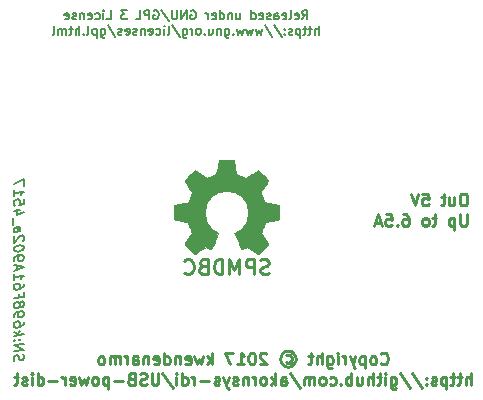
<source format=gbo>
G04 #@! TF.FileFunction,Legend,Bot*
%FSLAX46Y46*%
G04 Gerber Fmt 4.6, Leading zero omitted, Abs format (unit mm)*
G04 Created by KiCad (PCBNEW 4.0.7-e2-6376~58~ubuntu16.04.1) date Mon Nov  6 15:13:20 2017*
%MOMM*%
%LPD*%
G01*
G04 APERTURE LIST*
%ADD10C,0.100000*%
%ADD11C,0.203200*%
%ADD12C,0.250000*%
%ADD13C,0.150000*%
%ADD14C,0.010000*%
%ADD15R,10.400000X7.400000*%
%ADD16O,7.250000X4.450000*%
%ADD17C,3.600000*%
%ADD18R,2.900000X2.900000*%
%ADD19C,2.900000*%
G04 APERTURE END LIST*
D10*
D11*
X133650448Y-113356722D02*
X133609324Y-113238490D01*
X133609324Y-113032871D01*
X133650448Y-112945484D01*
X133691571Y-112899220D01*
X133773819Y-112847815D01*
X133856067Y-112837534D01*
X133938314Y-112868377D01*
X133979438Y-112904360D01*
X134020562Y-112981467D01*
X134061686Y-113140822D01*
X134102810Y-113217929D01*
X134143933Y-113253912D01*
X134226181Y-113284755D01*
X134308429Y-113274474D01*
X134390676Y-113223069D01*
X134431800Y-113176805D01*
X134472924Y-113089417D01*
X134472924Y-112883797D01*
X134431800Y-112765567D01*
X133609324Y-112498262D02*
X134472924Y-112390312D01*
X133609324Y-112004776D01*
X134472924Y-111896826D01*
X133691571Y-111583258D02*
X133650448Y-111547274D01*
X133609324Y-111593538D01*
X133650448Y-111629522D01*
X133691571Y-111583258D01*
X133609324Y-111593538D01*
X134143933Y-111526712D02*
X134102810Y-111490729D01*
X134061686Y-111536993D01*
X134102810Y-111572977D01*
X134143933Y-111526712D01*
X134061686Y-111536993D01*
X133609324Y-111182300D02*
X134472924Y-111074350D01*
X133938314Y-111058929D02*
X133609324Y-110853309D01*
X134185057Y-110781343D02*
X133856067Y-111151458D01*
X134472924Y-110005131D02*
X134472924Y-110169626D01*
X134431800Y-110257015D01*
X134390676Y-110303278D01*
X134267305Y-110400948D01*
X134102810Y-110462634D01*
X133773819Y-110503758D01*
X133691571Y-110472915D01*
X133650448Y-110436931D01*
X133609324Y-110359824D01*
X133609324Y-110195328D01*
X133650448Y-110107941D01*
X133691571Y-110061677D01*
X133773819Y-110010272D01*
X133979438Y-109984569D01*
X134061686Y-110015412D01*
X134102810Y-110051396D01*
X134143933Y-110128502D01*
X134143933Y-110292998D01*
X134102810Y-110380386D01*
X134061686Y-110426650D01*
X133979438Y-110478055D01*
X133609324Y-109619595D02*
X133609324Y-109455100D01*
X133650448Y-109367712D01*
X133691571Y-109321448D01*
X133814943Y-109223779D01*
X133979438Y-109162093D01*
X134308429Y-109120969D01*
X134390676Y-109151812D01*
X134431800Y-109187796D01*
X134472924Y-109264902D01*
X134472924Y-109429398D01*
X134431800Y-109516786D01*
X134390676Y-109563050D01*
X134308429Y-109614455D01*
X134102810Y-109640158D01*
X134020562Y-109609315D01*
X133979438Y-109573331D01*
X133938314Y-109496225D01*
X133938314Y-109331729D01*
X133979438Y-109244341D01*
X134020562Y-109198077D01*
X134102810Y-109146672D01*
X134102810Y-108653187D02*
X134143933Y-108730293D01*
X134185057Y-108766277D01*
X134267305Y-108797120D01*
X134308429Y-108791979D01*
X134390676Y-108740574D01*
X134431800Y-108694310D01*
X134472924Y-108606922D01*
X134472924Y-108442426D01*
X134431800Y-108365320D01*
X134390676Y-108329336D01*
X134308429Y-108298493D01*
X134267305Y-108303634D01*
X134185057Y-108355039D01*
X134143933Y-108401303D01*
X134102810Y-108488691D01*
X134102810Y-108653187D01*
X134061686Y-108740574D01*
X134020562Y-108786839D01*
X133938314Y-108838244D01*
X133773819Y-108858806D01*
X133691571Y-108827963D01*
X133650448Y-108791979D01*
X133609324Y-108714872D01*
X133609324Y-108550376D01*
X133650448Y-108462989D01*
X133691571Y-108416725D01*
X133773819Y-108365320D01*
X133938314Y-108344758D01*
X134020562Y-108375601D01*
X134061686Y-108411584D01*
X134102810Y-108488691D01*
X134061686Y-107671355D02*
X134061686Y-107959222D01*
X133609324Y-108015767D02*
X134472924Y-107907817D01*
X134472924Y-107496579D01*
X134472924Y-106797474D02*
X134472924Y-106961969D01*
X134431800Y-107049358D01*
X134390676Y-107095621D01*
X134267305Y-107193291D01*
X134102810Y-107254977D01*
X133773819Y-107296101D01*
X133691571Y-107265258D01*
X133650448Y-107229274D01*
X133609324Y-107152167D01*
X133609324Y-106987671D01*
X133650448Y-106900284D01*
X133691571Y-106854020D01*
X133773819Y-106802615D01*
X133979438Y-106776912D01*
X134061686Y-106807755D01*
X134102810Y-106843739D01*
X134143933Y-106920845D01*
X134143933Y-107085341D01*
X134102810Y-107172729D01*
X134061686Y-107218993D01*
X133979438Y-107270398D01*
X133609324Y-106000700D02*
X133609324Y-106494186D01*
X133609324Y-106247443D02*
X134472924Y-106139493D01*
X134349552Y-106237163D01*
X134267305Y-106329691D01*
X134226181Y-106417079D01*
X133856067Y-105640868D02*
X133856067Y-105229630D01*
X133609324Y-105753957D02*
X134472924Y-105358141D01*
X133609324Y-105178224D01*
X133609324Y-104849233D02*
X133609324Y-104684738D01*
X133650448Y-104597350D01*
X133691571Y-104551086D01*
X133814943Y-104453417D01*
X133979438Y-104391731D01*
X134308429Y-104350607D01*
X134390676Y-104381450D01*
X134431800Y-104417434D01*
X134472924Y-104494540D01*
X134472924Y-104659036D01*
X134431800Y-104746424D01*
X134390676Y-104792688D01*
X134308429Y-104844093D01*
X134102810Y-104869796D01*
X134020562Y-104838953D01*
X133979438Y-104802969D01*
X133938314Y-104725863D01*
X133938314Y-104561367D01*
X133979438Y-104473979D01*
X134020562Y-104427715D01*
X134102810Y-104376310D01*
X134472924Y-103795436D02*
X134472924Y-103713188D01*
X134431800Y-103636081D01*
X134390676Y-103600098D01*
X134308429Y-103569255D01*
X134143933Y-103548693D01*
X133938314Y-103574396D01*
X133773819Y-103636082D01*
X133691571Y-103687487D01*
X133650448Y-103733750D01*
X133609324Y-103821138D01*
X133609324Y-103903386D01*
X133650448Y-103980493D01*
X133691571Y-104016477D01*
X133773819Y-104047320D01*
X133938314Y-104067882D01*
X134143933Y-104042179D01*
X134308429Y-103980493D01*
X134390676Y-103929088D01*
X134431800Y-103882824D01*
X134472924Y-103795436D01*
X134390676Y-103188860D02*
X134431800Y-103142596D01*
X134472924Y-103055207D01*
X134472924Y-102849588D01*
X134431800Y-102772482D01*
X134390676Y-102736498D01*
X134308429Y-102705655D01*
X134226181Y-102715936D01*
X134102810Y-102772482D01*
X133609324Y-103327653D01*
X133609324Y-102793043D01*
X133609324Y-102052815D02*
X134061686Y-101996270D01*
X134143933Y-102027112D01*
X134185057Y-102104220D01*
X134185057Y-102268715D01*
X134143933Y-102356103D01*
X133650448Y-102047675D02*
X133609324Y-102135062D01*
X133609324Y-102340681D01*
X133650448Y-102417789D01*
X133732695Y-102448632D01*
X133814943Y-102438351D01*
X133897190Y-102386946D01*
X133938314Y-102299558D01*
X133938314Y-102093939D01*
X133979438Y-102006551D01*
X133527076Y-101857478D02*
X133527076Y-101199497D01*
X134185057Y-100541516D02*
X133609324Y-100613482D01*
X134514048Y-100706011D02*
X133897190Y-100988737D01*
X133897190Y-100454127D01*
X134472924Y-99641932D02*
X134472924Y-100053170D01*
X134061686Y-100145699D01*
X134102810Y-100099435D01*
X134143933Y-100012046D01*
X134143933Y-99806427D01*
X134102810Y-99729321D01*
X134061686Y-99693337D01*
X133979438Y-99662494D01*
X133773819Y-99688197D01*
X133691571Y-99739602D01*
X133650448Y-99785866D01*
X133609324Y-99873253D01*
X133609324Y-100078872D01*
X133650448Y-100155980D01*
X133691571Y-100191964D01*
X133609324Y-98886282D02*
X133609324Y-99379768D01*
X133609324Y-99133025D02*
X134472924Y-99025075D01*
X134349552Y-99122745D01*
X134267305Y-99215273D01*
X134226181Y-99302661D01*
X134472924Y-98490466D02*
X134472924Y-97914732D01*
X133609324Y-98392797D01*
D12*
X171783429Y-99161381D02*
X171592952Y-99161381D01*
X171497714Y-99209000D01*
X171402476Y-99304238D01*
X171354857Y-99494714D01*
X171354857Y-99828048D01*
X171402476Y-100018524D01*
X171497714Y-100113762D01*
X171592952Y-100161381D01*
X171783429Y-100161381D01*
X171878667Y-100113762D01*
X171973905Y-100018524D01*
X172021524Y-99828048D01*
X172021524Y-99494714D01*
X171973905Y-99304238D01*
X171878667Y-99209000D01*
X171783429Y-99161381D01*
X170497714Y-99494714D02*
X170497714Y-100161381D01*
X170926286Y-99494714D02*
X170926286Y-100018524D01*
X170878667Y-100113762D01*
X170783429Y-100161381D01*
X170640571Y-100161381D01*
X170545333Y-100113762D01*
X170497714Y-100066143D01*
X170164381Y-99494714D02*
X169783429Y-99494714D01*
X170021524Y-99161381D02*
X170021524Y-100018524D01*
X169973905Y-100113762D01*
X169878667Y-100161381D01*
X169783429Y-100161381D01*
X168211999Y-99161381D02*
X168688190Y-99161381D01*
X168735809Y-99637571D01*
X168688190Y-99589952D01*
X168592952Y-99542333D01*
X168354856Y-99542333D01*
X168259618Y-99589952D01*
X168211999Y-99637571D01*
X168164380Y-99732810D01*
X168164380Y-99970905D01*
X168211999Y-100066143D01*
X168259618Y-100113762D01*
X168354856Y-100161381D01*
X168592952Y-100161381D01*
X168688190Y-100113762D01*
X168735809Y-100066143D01*
X167878666Y-99161381D02*
X167545333Y-100161381D01*
X167211999Y-99161381D01*
X171973905Y-100911381D02*
X171973905Y-101720905D01*
X171926286Y-101816143D01*
X171878667Y-101863762D01*
X171783429Y-101911381D01*
X171592952Y-101911381D01*
X171497714Y-101863762D01*
X171450095Y-101816143D01*
X171402476Y-101720905D01*
X171402476Y-100911381D01*
X170926286Y-101244714D02*
X170926286Y-102244714D01*
X170926286Y-101292333D02*
X170831048Y-101244714D01*
X170640571Y-101244714D01*
X170545333Y-101292333D01*
X170497714Y-101339952D01*
X170450095Y-101435190D01*
X170450095Y-101720905D01*
X170497714Y-101816143D01*
X170545333Y-101863762D01*
X170640571Y-101911381D01*
X170831048Y-101911381D01*
X170926286Y-101863762D01*
X169402476Y-101244714D02*
X169021524Y-101244714D01*
X169259619Y-100911381D02*
X169259619Y-101768524D01*
X169212000Y-101863762D01*
X169116762Y-101911381D01*
X169021524Y-101911381D01*
X168545333Y-101911381D02*
X168640571Y-101863762D01*
X168688190Y-101816143D01*
X168735809Y-101720905D01*
X168735809Y-101435190D01*
X168688190Y-101339952D01*
X168640571Y-101292333D01*
X168545333Y-101244714D01*
X168402475Y-101244714D01*
X168307237Y-101292333D01*
X168259618Y-101339952D01*
X168211999Y-101435190D01*
X168211999Y-101720905D01*
X168259618Y-101816143D01*
X168307237Y-101863762D01*
X168402475Y-101911381D01*
X168545333Y-101911381D01*
X166592951Y-100911381D02*
X166783428Y-100911381D01*
X166878666Y-100959000D01*
X166926285Y-101006619D01*
X167021523Y-101149476D01*
X167069142Y-101339952D01*
X167069142Y-101720905D01*
X167021523Y-101816143D01*
X166973904Y-101863762D01*
X166878666Y-101911381D01*
X166688189Y-101911381D01*
X166592951Y-101863762D01*
X166545332Y-101816143D01*
X166497713Y-101720905D01*
X166497713Y-101482810D01*
X166545332Y-101387571D01*
X166592951Y-101339952D01*
X166688189Y-101292333D01*
X166878666Y-101292333D01*
X166973904Y-101339952D01*
X167021523Y-101387571D01*
X167069142Y-101482810D01*
X166069142Y-101816143D02*
X166021523Y-101863762D01*
X166069142Y-101911381D01*
X166116761Y-101863762D01*
X166069142Y-101816143D01*
X166069142Y-101911381D01*
X165116761Y-100911381D02*
X165592952Y-100911381D01*
X165640571Y-101387571D01*
X165592952Y-101339952D01*
X165497714Y-101292333D01*
X165259618Y-101292333D01*
X165164380Y-101339952D01*
X165116761Y-101387571D01*
X165069142Y-101482810D01*
X165069142Y-101720905D01*
X165116761Y-101816143D01*
X165164380Y-101863762D01*
X165259618Y-101911381D01*
X165497714Y-101911381D01*
X165592952Y-101863762D01*
X165640571Y-101816143D01*
X164688190Y-101625667D02*
X164211999Y-101625667D01*
X164783428Y-101911381D02*
X164450095Y-100911381D01*
X164116761Y-101911381D01*
X155209428Y-105915952D02*
X155030856Y-105975476D01*
X154733237Y-105975476D01*
X154614190Y-105915952D01*
X154554666Y-105856429D01*
X154495142Y-105737381D01*
X154495142Y-105618333D01*
X154554666Y-105499286D01*
X154614190Y-105439762D01*
X154733237Y-105380238D01*
X154971333Y-105320714D01*
X155090380Y-105261190D01*
X155149904Y-105201667D01*
X155209428Y-105082619D01*
X155209428Y-104963571D01*
X155149904Y-104844524D01*
X155090380Y-104785000D01*
X154971333Y-104725476D01*
X154673713Y-104725476D01*
X154495142Y-104785000D01*
X153959428Y-105975476D02*
X153959428Y-104725476D01*
X153483237Y-104725476D01*
X153364190Y-104785000D01*
X153304666Y-104844524D01*
X153245142Y-104963571D01*
X153245142Y-105142143D01*
X153304666Y-105261190D01*
X153364190Y-105320714D01*
X153483237Y-105380238D01*
X153959428Y-105380238D01*
X152709428Y-105975476D02*
X152709428Y-104725476D01*
X152292761Y-105618333D01*
X151876095Y-104725476D01*
X151876095Y-105975476D01*
X151280857Y-105975476D02*
X151280857Y-104725476D01*
X150983238Y-104725476D01*
X150804666Y-104785000D01*
X150685619Y-104904048D01*
X150626095Y-105023095D01*
X150566571Y-105261190D01*
X150566571Y-105439762D01*
X150626095Y-105677857D01*
X150685619Y-105796905D01*
X150804666Y-105915952D01*
X150983238Y-105975476D01*
X151280857Y-105975476D01*
X149614190Y-105320714D02*
X149435619Y-105380238D01*
X149376095Y-105439762D01*
X149316571Y-105558810D01*
X149316571Y-105737381D01*
X149376095Y-105856429D01*
X149435619Y-105915952D01*
X149554666Y-105975476D01*
X150030857Y-105975476D01*
X150030857Y-104725476D01*
X149614190Y-104725476D01*
X149495143Y-104785000D01*
X149435619Y-104844524D01*
X149376095Y-104963571D01*
X149376095Y-105082619D01*
X149435619Y-105201667D01*
X149495143Y-105261190D01*
X149614190Y-105320714D01*
X150030857Y-105320714D01*
X148066571Y-105856429D02*
X148126095Y-105915952D01*
X148304666Y-105975476D01*
X148423714Y-105975476D01*
X148602286Y-105915952D01*
X148721333Y-105796905D01*
X148780857Y-105677857D01*
X148840381Y-105439762D01*
X148840381Y-105261190D01*
X148780857Y-105023095D01*
X148721333Y-104904048D01*
X148602286Y-104785000D01*
X148423714Y-104725476D01*
X148304666Y-104725476D01*
X148126095Y-104785000D01*
X148066571Y-104844524D01*
X164677858Y-113528143D02*
X164725477Y-113575762D01*
X164868334Y-113623381D01*
X164963572Y-113623381D01*
X165106430Y-113575762D01*
X165201668Y-113480524D01*
X165249287Y-113385286D01*
X165296906Y-113194810D01*
X165296906Y-113051952D01*
X165249287Y-112861476D01*
X165201668Y-112766238D01*
X165106430Y-112671000D01*
X164963572Y-112623381D01*
X164868334Y-112623381D01*
X164725477Y-112671000D01*
X164677858Y-112718619D01*
X164106430Y-113623381D02*
X164201668Y-113575762D01*
X164249287Y-113528143D01*
X164296906Y-113432905D01*
X164296906Y-113147190D01*
X164249287Y-113051952D01*
X164201668Y-113004333D01*
X164106430Y-112956714D01*
X163963572Y-112956714D01*
X163868334Y-113004333D01*
X163820715Y-113051952D01*
X163773096Y-113147190D01*
X163773096Y-113432905D01*
X163820715Y-113528143D01*
X163868334Y-113575762D01*
X163963572Y-113623381D01*
X164106430Y-113623381D01*
X163344525Y-112956714D02*
X163344525Y-113956714D01*
X163344525Y-113004333D02*
X163249287Y-112956714D01*
X163058810Y-112956714D01*
X162963572Y-113004333D01*
X162915953Y-113051952D01*
X162868334Y-113147190D01*
X162868334Y-113432905D01*
X162915953Y-113528143D01*
X162963572Y-113575762D01*
X163058810Y-113623381D01*
X163249287Y-113623381D01*
X163344525Y-113575762D01*
X162535001Y-112956714D02*
X162296906Y-113623381D01*
X162058810Y-112956714D02*
X162296906Y-113623381D01*
X162392144Y-113861476D01*
X162439763Y-113909095D01*
X162535001Y-113956714D01*
X161677858Y-113623381D02*
X161677858Y-112956714D01*
X161677858Y-113147190D02*
X161630239Y-113051952D01*
X161582620Y-113004333D01*
X161487382Y-112956714D01*
X161392143Y-112956714D01*
X161058810Y-113623381D02*
X161058810Y-112956714D01*
X161058810Y-112623381D02*
X161106429Y-112671000D01*
X161058810Y-112718619D01*
X161011191Y-112671000D01*
X161058810Y-112623381D01*
X161058810Y-112718619D01*
X160154048Y-112956714D02*
X160154048Y-113766238D01*
X160201667Y-113861476D01*
X160249286Y-113909095D01*
X160344525Y-113956714D01*
X160487382Y-113956714D01*
X160582620Y-113909095D01*
X160154048Y-113575762D02*
X160249286Y-113623381D01*
X160439763Y-113623381D01*
X160535001Y-113575762D01*
X160582620Y-113528143D01*
X160630239Y-113432905D01*
X160630239Y-113147190D01*
X160582620Y-113051952D01*
X160535001Y-113004333D01*
X160439763Y-112956714D01*
X160249286Y-112956714D01*
X160154048Y-113004333D01*
X159677858Y-113623381D02*
X159677858Y-112623381D01*
X159249286Y-113623381D02*
X159249286Y-113099571D01*
X159296905Y-113004333D01*
X159392143Y-112956714D01*
X159535001Y-112956714D01*
X159630239Y-113004333D01*
X159677858Y-113051952D01*
X158915953Y-112956714D02*
X158535001Y-112956714D01*
X158773096Y-112623381D02*
X158773096Y-113480524D01*
X158725477Y-113575762D01*
X158630239Y-113623381D01*
X158535001Y-113623381D01*
X156630238Y-112861476D02*
X156725476Y-112813857D01*
X156915952Y-112813857D01*
X157011190Y-112861476D01*
X157106428Y-112956714D01*
X157154047Y-113051952D01*
X157154047Y-113242429D01*
X157106428Y-113337667D01*
X157011190Y-113432905D01*
X156915952Y-113480524D01*
X156725476Y-113480524D01*
X156630238Y-113432905D01*
X156820714Y-112480524D02*
X157058809Y-112528143D01*
X157296905Y-112671000D01*
X157439762Y-112909095D01*
X157487381Y-113147190D01*
X157439762Y-113385286D01*
X157296905Y-113623381D01*
X157058809Y-113766238D01*
X156820714Y-113813857D01*
X156582619Y-113766238D01*
X156344524Y-113623381D01*
X156201667Y-113385286D01*
X156154047Y-113147190D01*
X156201667Y-112909095D01*
X156344524Y-112671000D01*
X156582619Y-112528143D01*
X156820714Y-112480524D01*
X155011190Y-112718619D02*
X154963571Y-112671000D01*
X154868333Y-112623381D01*
X154630237Y-112623381D01*
X154534999Y-112671000D01*
X154487380Y-112718619D01*
X154439761Y-112813857D01*
X154439761Y-112909095D01*
X154487380Y-113051952D01*
X155058809Y-113623381D01*
X154439761Y-113623381D01*
X153820714Y-112623381D02*
X153725475Y-112623381D01*
X153630237Y-112671000D01*
X153582618Y-112718619D01*
X153534999Y-112813857D01*
X153487380Y-113004333D01*
X153487380Y-113242429D01*
X153534999Y-113432905D01*
X153582618Y-113528143D01*
X153630237Y-113575762D01*
X153725475Y-113623381D01*
X153820714Y-113623381D01*
X153915952Y-113575762D01*
X153963571Y-113528143D01*
X154011190Y-113432905D01*
X154058809Y-113242429D01*
X154058809Y-113004333D01*
X154011190Y-112813857D01*
X153963571Y-112718619D01*
X153915952Y-112671000D01*
X153820714Y-112623381D01*
X152534999Y-113623381D02*
X153106428Y-113623381D01*
X152820714Y-113623381D02*
X152820714Y-112623381D01*
X152915952Y-112766238D01*
X153011190Y-112861476D01*
X153106428Y-112909095D01*
X152201666Y-112623381D02*
X151534999Y-112623381D01*
X151963571Y-113623381D01*
X150392142Y-113623381D02*
X150392142Y-112623381D01*
X150296904Y-113242429D02*
X150011189Y-113623381D01*
X150011189Y-112956714D02*
X150392142Y-113337667D01*
X149677856Y-112956714D02*
X149487380Y-113623381D01*
X149296903Y-113147190D01*
X149106427Y-113623381D01*
X148915951Y-112956714D01*
X148154046Y-113575762D02*
X148249284Y-113623381D01*
X148439761Y-113623381D01*
X148534999Y-113575762D01*
X148582618Y-113480524D01*
X148582618Y-113099571D01*
X148534999Y-113004333D01*
X148439761Y-112956714D01*
X148249284Y-112956714D01*
X148154046Y-113004333D01*
X148106427Y-113099571D01*
X148106427Y-113194810D01*
X148582618Y-113290048D01*
X147677856Y-112956714D02*
X147677856Y-113623381D01*
X147677856Y-113051952D02*
X147630237Y-113004333D01*
X147534999Y-112956714D01*
X147392141Y-112956714D01*
X147296903Y-113004333D01*
X147249284Y-113099571D01*
X147249284Y-113623381D01*
X146344522Y-113623381D02*
X146344522Y-112623381D01*
X146344522Y-113575762D02*
X146439760Y-113623381D01*
X146630237Y-113623381D01*
X146725475Y-113575762D01*
X146773094Y-113528143D01*
X146820713Y-113432905D01*
X146820713Y-113147190D01*
X146773094Y-113051952D01*
X146725475Y-113004333D01*
X146630237Y-112956714D01*
X146439760Y-112956714D01*
X146344522Y-113004333D01*
X145487379Y-113575762D02*
X145582617Y-113623381D01*
X145773094Y-113623381D01*
X145868332Y-113575762D01*
X145915951Y-113480524D01*
X145915951Y-113099571D01*
X145868332Y-113004333D01*
X145773094Y-112956714D01*
X145582617Y-112956714D01*
X145487379Y-113004333D01*
X145439760Y-113099571D01*
X145439760Y-113194810D01*
X145915951Y-113290048D01*
X145011189Y-112956714D02*
X145011189Y-113623381D01*
X145011189Y-113051952D02*
X144963570Y-113004333D01*
X144868332Y-112956714D01*
X144725474Y-112956714D01*
X144630236Y-113004333D01*
X144582617Y-113099571D01*
X144582617Y-113623381D01*
X143677855Y-113623381D02*
X143677855Y-113099571D01*
X143725474Y-113004333D01*
X143820712Y-112956714D01*
X144011189Y-112956714D01*
X144106427Y-113004333D01*
X143677855Y-113575762D02*
X143773093Y-113623381D01*
X144011189Y-113623381D01*
X144106427Y-113575762D01*
X144154046Y-113480524D01*
X144154046Y-113385286D01*
X144106427Y-113290048D01*
X144011189Y-113242429D01*
X143773093Y-113242429D01*
X143677855Y-113194810D01*
X143201665Y-113623381D02*
X143201665Y-112956714D01*
X143201665Y-113147190D02*
X143154046Y-113051952D01*
X143106427Y-113004333D01*
X143011189Y-112956714D01*
X142915950Y-112956714D01*
X142582617Y-113623381D02*
X142582617Y-112956714D01*
X142582617Y-113051952D02*
X142534998Y-113004333D01*
X142439760Y-112956714D01*
X142296902Y-112956714D01*
X142201664Y-113004333D01*
X142154045Y-113099571D01*
X142154045Y-113623381D01*
X142154045Y-113099571D02*
X142106426Y-113004333D01*
X142011188Y-112956714D01*
X141868331Y-112956714D01*
X141773093Y-113004333D01*
X141725474Y-113099571D01*
X141725474Y-113623381D01*
X141106427Y-113623381D02*
X141201665Y-113575762D01*
X141249284Y-113528143D01*
X141296903Y-113432905D01*
X141296903Y-113147190D01*
X141249284Y-113051952D01*
X141201665Y-113004333D01*
X141106427Y-112956714D01*
X140963569Y-112956714D01*
X140868331Y-113004333D01*
X140820712Y-113051952D01*
X140773093Y-113147190D01*
X140773093Y-113432905D01*
X140820712Y-113528143D01*
X140868331Y-113575762D01*
X140963569Y-113623381D01*
X141106427Y-113623381D01*
X172296906Y-115373381D02*
X172296906Y-114373381D01*
X171868334Y-115373381D02*
X171868334Y-114849571D01*
X171915953Y-114754333D01*
X172011191Y-114706714D01*
X172154049Y-114706714D01*
X172249287Y-114754333D01*
X172296906Y-114801952D01*
X171535001Y-114706714D02*
X171154049Y-114706714D01*
X171392144Y-114373381D02*
X171392144Y-115230524D01*
X171344525Y-115325762D01*
X171249287Y-115373381D01*
X171154049Y-115373381D01*
X170963572Y-114706714D02*
X170582620Y-114706714D01*
X170820715Y-114373381D02*
X170820715Y-115230524D01*
X170773096Y-115325762D01*
X170677858Y-115373381D01*
X170582620Y-115373381D01*
X170249286Y-114706714D02*
X170249286Y-115706714D01*
X170249286Y-114754333D02*
X170154048Y-114706714D01*
X169963571Y-114706714D01*
X169868333Y-114754333D01*
X169820714Y-114801952D01*
X169773095Y-114897190D01*
X169773095Y-115182905D01*
X169820714Y-115278143D01*
X169868333Y-115325762D01*
X169963571Y-115373381D01*
X170154048Y-115373381D01*
X170249286Y-115325762D01*
X169392143Y-115325762D02*
X169296905Y-115373381D01*
X169106429Y-115373381D01*
X169011190Y-115325762D01*
X168963571Y-115230524D01*
X168963571Y-115182905D01*
X169011190Y-115087667D01*
X169106429Y-115040048D01*
X169249286Y-115040048D01*
X169344524Y-114992429D01*
X169392143Y-114897190D01*
X169392143Y-114849571D01*
X169344524Y-114754333D01*
X169249286Y-114706714D01*
X169106429Y-114706714D01*
X169011190Y-114754333D01*
X168535000Y-115278143D02*
X168487381Y-115325762D01*
X168535000Y-115373381D01*
X168582619Y-115325762D01*
X168535000Y-115278143D01*
X168535000Y-115373381D01*
X168535000Y-114754333D02*
X168487381Y-114801952D01*
X168535000Y-114849571D01*
X168582619Y-114801952D01*
X168535000Y-114754333D01*
X168535000Y-114849571D01*
X167344524Y-114325762D02*
X168201667Y-115611476D01*
X166296905Y-114325762D02*
X167154048Y-115611476D01*
X165535000Y-114706714D02*
X165535000Y-115516238D01*
X165582619Y-115611476D01*
X165630238Y-115659095D01*
X165725477Y-115706714D01*
X165868334Y-115706714D01*
X165963572Y-115659095D01*
X165535000Y-115325762D02*
X165630238Y-115373381D01*
X165820715Y-115373381D01*
X165915953Y-115325762D01*
X165963572Y-115278143D01*
X166011191Y-115182905D01*
X166011191Y-114897190D01*
X165963572Y-114801952D01*
X165915953Y-114754333D01*
X165820715Y-114706714D01*
X165630238Y-114706714D01*
X165535000Y-114754333D01*
X165058810Y-115373381D02*
X165058810Y-114706714D01*
X165058810Y-114373381D02*
X165106429Y-114421000D01*
X165058810Y-114468619D01*
X165011191Y-114421000D01*
X165058810Y-114373381D01*
X165058810Y-114468619D01*
X164725477Y-114706714D02*
X164344525Y-114706714D01*
X164582620Y-114373381D02*
X164582620Y-115230524D01*
X164535001Y-115325762D01*
X164439763Y-115373381D01*
X164344525Y-115373381D01*
X164011191Y-115373381D02*
X164011191Y-114373381D01*
X163582619Y-115373381D02*
X163582619Y-114849571D01*
X163630238Y-114754333D01*
X163725476Y-114706714D01*
X163868334Y-114706714D01*
X163963572Y-114754333D01*
X164011191Y-114801952D01*
X162677857Y-114706714D02*
X162677857Y-115373381D01*
X163106429Y-114706714D02*
X163106429Y-115230524D01*
X163058810Y-115325762D01*
X162963572Y-115373381D01*
X162820714Y-115373381D01*
X162725476Y-115325762D01*
X162677857Y-115278143D01*
X162201667Y-115373381D02*
X162201667Y-114373381D01*
X162201667Y-114754333D02*
X162106429Y-114706714D01*
X161915952Y-114706714D01*
X161820714Y-114754333D01*
X161773095Y-114801952D01*
X161725476Y-114897190D01*
X161725476Y-115182905D01*
X161773095Y-115278143D01*
X161820714Y-115325762D01*
X161915952Y-115373381D01*
X162106429Y-115373381D01*
X162201667Y-115325762D01*
X161296905Y-115278143D02*
X161249286Y-115325762D01*
X161296905Y-115373381D01*
X161344524Y-115325762D01*
X161296905Y-115278143D01*
X161296905Y-115373381D01*
X160392143Y-115325762D02*
X160487381Y-115373381D01*
X160677858Y-115373381D01*
X160773096Y-115325762D01*
X160820715Y-115278143D01*
X160868334Y-115182905D01*
X160868334Y-114897190D01*
X160820715Y-114801952D01*
X160773096Y-114754333D01*
X160677858Y-114706714D01*
X160487381Y-114706714D01*
X160392143Y-114754333D01*
X159820715Y-115373381D02*
X159915953Y-115325762D01*
X159963572Y-115278143D01*
X160011191Y-115182905D01*
X160011191Y-114897190D01*
X159963572Y-114801952D01*
X159915953Y-114754333D01*
X159820715Y-114706714D01*
X159677857Y-114706714D01*
X159582619Y-114754333D01*
X159535000Y-114801952D01*
X159487381Y-114897190D01*
X159487381Y-115182905D01*
X159535000Y-115278143D01*
X159582619Y-115325762D01*
X159677857Y-115373381D01*
X159820715Y-115373381D01*
X159058810Y-115373381D02*
X159058810Y-114706714D01*
X159058810Y-114801952D02*
X159011191Y-114754333D01*
X158915953Y-114706714D01*
X158773095Y-114706714D01*
X158677857Y-114754333D01*
X158630238Y-114849571D01*
X158630238Y-115373381D01*
X158630238Y-114849571D02*
X158582619Y-114754333D01*
X158487381Y-114706714D01*
X158344524Y-114706714D01*
X158249286Y-114754333D01*
X158201667Y-114849571D01*
X158201667Y-115373381D01*
X157011191Y-114325762D02*
X157868334Y-115611476D01*
X156249286Y-115373381D02*
X156249286Y-114849571D01*
X156296905Y-114754333D01*
X156392143Y-114706714D01*
X156582620Y-114706714D01*
X156677858Y-114754333D01*
X156249286Y-115325762D02*
X156344524Y-115373381D01*
X156582620Y-115373381D01*
X156677858Y-115325762D01*
X156725477Y-115230524D01*
X156725477Y-115135286D01*
X156677858Y-115040048D01*
X156582620Y-114992429D01*
X156344524Y-114992429D01*
X156249286Y-114944810D01*
X155773096Y-115373381D02*
X155773096Y-114373381D01*
X155677858Y-114992429D02*
X155392143Y-115373381D01*
X155392143Y-114706714D02*
X155773096Y-115087667D01*
X154820715Y-115373381D02*
X154915953Y-115325762D01*
X154963572Y-115278143D01*
X155011191Y-115182905D01*
X155011191Y-114897190D01*
X154963572Y-114801952D01*
X154915953Y-114754333D01*
X154820715Y-114706714D01*
X154677857Y-114706714D01*
X154582619Y-114754333D01*
X154535000Y-114801952D01*
X154487381Y-114897190D01*
X154487381Y-115182905D01*
X154535000Y-115278143D01*
X154582619Y-115325762D01*
X154677857Y-115373381D01*
X154820715Y-115373381D01*
X154058810Y-115373381D02*
X154058810Y-114706714D01*
X154058810Y-114897190D02*
X154011191Y-114801952D01*
X153963572Y-114754333D01*
X153868334Y-114706714D01*
X153773095Y-114706714D01*
X153439762Y-114706714D02*
X153439762Y-115373381D01*
X153439762Y-114801952D02*
X153392143Y-114754333D01*
X153296905Y-114706714D01*
X153154047Y-114706714D01*
X153058809Y-114754333D01*
X153011190Y-114849571D01*
X153011190Y-115373381D01*
X152582619Y-115325762D02*
X152487381Y-115373381D01*
X152296905Y-115373381D01*
X152201666Y-115325762D01*
X152154047Y-115230524D01*
X152154047Y-115182905D01*
X152201666Y-115087667D01*
X152296905Y-115040048D01*
X152439762Y-115040048D01*
X152535000Y-114992429D01*
X152582619Y-114897190D01*
X152582619Y-114849571D01*
X152535000Y-114754333D01*
X152439762Y-114706714D01*
X152296905Y-114706714D01*
X152201666Y-114754333D01*
X151820714Y-114706714D02*
X151582619Y-115373381D01*
X151344523Y-114706714D02*
X151582619Y-115373381D01*
X151677857Y-115611476D01*
X151725476Y-115659095D01*
X151820714Y-115706714D01*
X151011190Y-115325762D02*
X150915952Y-115373381D01*
X150725476Y-115373381D01*
X150630237Y-115325762D01*
X150582618Y-115230524D01*
X150582618Y-115182905D01*
X150630237Y-115087667D01*
X150725476Y-115040048D01*
X150868333Y-115040048D01*
X150963571Y-114992429D01*
X151011190Y-114897190D01*
X151011190Y-114849571D01*
X150963571Y-114754333D01*
X150868333Y-114706714D01*
X150725476Y-114706714D01*
X150630237Y-114754333D01*
X150154047Y-114992429D02*
X149392142Y-114992429D01*
X148915952Y-115373381D02*
X148915952Y-114706714D01*
X148915952Y-114897190D02*
X148868333Y-114801952D01*
X148820714Y-114754333D01*
X148725476Y-114706714D01*
X148630237Y-114706714D01*
X147868332Y-115373381D02*
X147868332Y-114373381D01*
X147868332Y-115325762D02*
X147963570Y-115373381D01*
X148154047Y-115373381D01*
X148249285Y-115325762D01*
X148296904Y-115278143D01*
X148344523Y-115182905D01*
X148344523Y-114897190D01*
X148296904Y-114801952D01*
X148249285Y-114754333D01*
X148154047Y-114706714D01*
X147963570Y-114706714D01*
X147868332Y-114754333D01*
X147392142Y-115373381D02*
X147392142Y-114706714D01*
X147392142Y-114373381D02*
X147439761Y-114421000D01*
X147392142Y-114468619D01*
X147344523Y-114421000D01*
X147392142Y-114373381D01*
X147392142Y-114468619D01*
X146201666Y-114325762D02*
X147058809Y-115611476D01*
X145868333Y-114373381D02*
X145868333Y-115182905D01*
X145820714Y-115278143D01*
X145773095Y-115325762D01*
X145677857Y-115373381D01*
X145487380Y-115373381D01*
X145392142Y-115325762D01*
X145344523Y-115278143D01*
X145296904Y-115182905D01*
X145296904Y-114373381D01*
X144868333Y-115325762D02*
X144725476Y-115373381D01*
X144487380Y-115373381D01*
X144392142Y-115325762D01*
X144344523Y-115278143D01*
X144296904Y-115182905D01*
X144296904Y-115087667D01*
X144344523Y-114992429D01*
X144392142Y-114944810D01*
X144487380Y-114897190D01*
X144677857Y-114849571D01*
X144773095Y-114801952D01*
X144820714Y-114754333D01*
X144868333Y-114659095D01*
X144868333Y-114563857D01*
X144820714Y-114468619D01*
X144773095Y-114421000D01*
X144677857Y-114373381D01*
X144439761Y-114373381D01*
X144296904Y-114421000D01*
X143534999Y-114849571D02*
X143392142Y-114897190D01*
X143344523Y-114944810D01*
X143296904Y-115040048D01*
X143296904Y-115182905D01*
X143344523Y-115278143D01*
X143392142Y-115325762D01*
X143487380Y-115373381D01*
X143868333Y-115373381D01*
X143868333Y-114373381D01*
X143534999Y-114373381D01*
X143439761Y-114421000D01*
X143392142Y-114468619D01*
X143344523Y-114563857D01*
X143344523Y-114659095D01*
X143392142Y-114754333D01*
X143439761Y-114801952D01*
X143534999Y-114849571D01*
X143868333Y-114849571D01*
X142868333Y-114992429D02*
X142106428Y-114992429D01*
X141630238Y-114706714D02*
X141630238Y-115706714D01*
X141630238Y-114754333D02*
X141535000Y-114706714D01*
X141344523Y-114706714D01*
X141249285Y-114754333D01*
X141201666Y-114801952D01*
X141154047Y-114897190D01*
X141154047Y-115182905D01*
X141201666Y-115278143D01*
X141249285Y-115325762D01*
X141344523Y-115373381D01*
X141535000Y-115373381D01*
X141630238Y-115325762D01*
X140582619Y-115373381D02*
X140677857Y-115325762D01*
X140725476Y-115278143D01*
X140773095Y-115182905D01*
X140773095Y-114897190D01*
X140725476Y-114801952D01*
X140677857Y-114754333D01*
X140582619Y-114706714D01*
X140439761Y-114706714D01*
X140344523Y-114754333D01*
X140296904Y-114801952D01*
X140249285Y-114897190D01*
X140249285Y-115182905D01*
X140296904Y-115278143D01*
X140344523Y-115325762D01*
X140439761Y-115373381D01*
X140582619Y-115373381D01*
X139915952Y-114706714D02*
X139725476Y-115373381D01*
X139534999Y-114897190D01*
X139344523Y-115373381D01*
X139154047Y-114706714D01*
X138392142Y-115325762D02*
X138487380Y-115373381D01*
X138677857Y-115373381D01*
X138773095Y-115325762D01*
X138820714Y-115230524D01*
X138820714Y-114849571D01*
X138773095Y-114754333D01*
X138677857Y-114706714D01*
X138487380Y-114706714D01*
X138392142Y-114754333D01*
X138344523Y-114849571D01*
X138344523Y-114944810D01*
X138820714Y-115040048D01*
X137915952Y-115373381D02*
X137915952Y-114706714D01*
X137915952Y-114897190D02*
X137868333Y-114801952D01*
X137820714Y-114754333D01*
X137725476Y-114706714D01*
X137630237Y-114706714D01*
X137296904Y-114992429D02*
X136534999Y-114992429D01*
X135630237Y-115373381D02*
X135630237Y-114373381D01*
X135630237Y-115325762D02*
X135725475Y-115373381D01*
X135915952Y-115373381D01*
X136011190Y-115325762D01*
X136058809Y-115278143D01*
X136106428Y-115182905D01*
X136106428Y-114897190D01*
X136058809Y-114801952D01*
X136011190Y-114754333D01*
X135915952Y-114706714D01*
X135725475Y-114706714D01*
X135630237Y-114754333D01*
X135154047Y-115373381D02*
X135154047Y-114706714D01*
X135154047Y-114373381D02*
X135201666Y-114421000D01*
X135154047Y-114468619D01*
X135106428Y-114421000D01*
X135154047Y-114373381D01*
X135154047Y-114468619D01*
X134725476Y-115325762D02*
X134630238Y-115373381D01*
X134439762Y-115373381D01*
X134344523Y-115325762D01*
X134296904Y-115230524D01*
X134296904Y-115182905D01*
X134344523Y-115087667D01*
X134439762Y-115040048D01*
X134582619Y-115040048D01*
X134677857Y-114992429D01*
X134725476Y-114897190D01*
X134725476Y-114849571D01*
X134677857Y-114754333D01*
X134582619Y-114706714D01*
X134439762Y-114706714D01*
X134344523Y-114754333D01*
X134011190Y-114706714D02*
X133630238Y-114706714D01*
X133868333Y-114373381D02*
X133868333Y-115230524D01*
X133820714Y-115325762D01*
X133725476Y-115373381D01*
X133630238Y-115373381D01*
D13*
X158042429Y-84407214D02*
X158296429Y-84044357D01*
X158477857Y-84407214D02*
X158477857Y-83645214D01*
X158187572Y-83645214D01*
X158115000Y-83681500D01*
X158078715Y-83717786D01*
X158042429Y-83790357D01*
X158042429Y-83899214D01*
X158078715Y-83971786D01*
X158115000Y-84008071D01*
X158187572Y-84044357D01*
X158477857Y-84044357D01*
X157425572Y-84370929D02*
X157498143Y-84407214D01*
X157643286Y-84407214D01*
X157715857Y-84370929D01*
X157752143Y-84298357D01*
X157752143Y-84008071D01*
X157715857Y-83935500D01*
X157643286Y-83899214D01*
X157498143Y-83899214D01*
X157425572Y-83935500D01*
X157389286Y-84008071D01*
X157389286Y-84080643D01*
X157752143Y-84153214D01*
X156953857Y-84407214D02*
X157026429Y-84370929D01*
X157062714Y-84298357D01*
X157062714Y-83645214D01*
X156373286Y-84370929D02*
X156445857Y-84407214D01*
X156591000Y-84407214D01*
X156663571Y-84370929D01*
X156699857Y-84298357D01*
X156699857Y-84008071D01*
X156663571Y-83935500D01*
X156591000Y-83899214D01*
X156445857Y-83899214D01*
X156373286Y-83935500D01*
X156337000Y-84008071D01*
X156337000Y-84080643D01*
X156699857Y-84153214D01*
X155683857Y-84407214D02*
X155683857Y-84008071D01*
X155720143Y-83935500D01*
X155792714Y-83899214D01*
X155937857Y-83899214D01*
X156010428Y-83935500D01*
X155683857Y-84370929D02*
X155756428Y-84407214D01*
X155937857Y-84407214D01*
X156010428Y-84370929D01*
X156046714Y-84298357D01*
X156046714Y-84225786D01*
X156010428Y-84153214D01*
X155937857Y-84116929D01*
X155756428Y-84116929D01*
X155683857Y-84080643D01*
X155357285Y-84370929D02*
X155284714Y-84407214D01*
X155139571Y-84407214D01*
X155066999Y-84370929D01*
X155030714Y-84298357D01*
X155030714Y-84262071D01*
X155066999Y-84189500D01*
X155139571Y-84153214D01*
X155248428Y-84153214D01*
X155320999Y-84116929D01*
X155357285Y-84044357D01*
X155357285Y-84008071D01*
X155320999Y-83935500D01*
X155248428Y-83899214D01*
X155139571Y-83899214D01*
X155066999Y-83935500D01*
X154413857Y-84370929D02*
X154486428Y-84407214D01*
X154631571Y-84407214D01*
X154704142Y-84370929D01*
X154740428Y-84298357D01*
X154740428Y-84008071D01*
X154704142Y-83935500D01*
X154631571Y-83899214D01*
X154486428Y-83899214D01*
X154413857Y-83935500D01*
X154377571Y-84008071D01*
X154377571Y-84080643D01*
X154740428Y-84153214D01*
X153724428Y-84407214D02*
X153724428Y-83645214D01*
X153724428Y-84370929D02*
X153796999Y-84407214D01*
X153942142Y-84407214D01*
X154014714Y-84370929D01*
X154050999Y-84334643D01*
X154087285Y-84262071D01*
X154087285Y-84044357D01*
X154050999Y-83971786D01*
X154014714Y-83935500D01*
X153942142Y-83899214D01*
X153796999Y-83899214D01*
X153724428Y-83935500D01*
X152454428Y-83899214D02*
X152454428Y-84407214D01*
X152780999Y-83899214D02*
X152780999Y-84298357D01*
X152744714Y-84370929D01*
X152672142Y-84407214D01*
X152563285Y-84407214D01*
X152490714Y-84370929D01*
X152454428Y-84334643D01*
X152091570Y-83899214D02*
X152091570Y-84407214D01*
X152091570Y-83971786D02*
X152055285Y-83935500D01*
X151982713Y-83899214D01*
X151873856Y-83899214D01*
X151801285Y-83935500D01*
X151764999Y-84008071D01*
X151764999Y-84407214D01*
X151075570Y-84407214D02*
X151075570Y-83645214D01*
X151075570Y-84370929D02*
X151148141Y-84407214D01*
X151293284Y-84407214D01*
X151365856Y-84370929D01*
X151402141Y-84334643D01*
X151438427Y-84262071D01*
X151438427Y-84044357D01*
X151402141Y-83971786D01*
X151365856Y-83935500D01*
X151293284Y-83899214D01*
X151148141Y-83899214D01*
X151075570Y-83935500D01*
X150422427Y-84370929D02*
X150494998Y-84407214D01*
X150640141Y-84407214D01*
X150712712Y-84370929D01*
X150748998Y-84298357D01*
X150748998Y-84008071D01*
X150712712Y-83935500D01*
X150640141Y-83899214D01*
X150494998Y-83899214D01*
X150422427Y-83935500D01*
X150386141Y-84008071D01*
X150386141Y-84080643D01*
X150748998Y-84153214D01*
X150059569Y-84407214D02*
X150059569Y-83899214D01*
X150059569Y-84044357D02*
X150023284Y-83971786D01*
X149986998Y-83935500D01*
X149914427Y-83899214D01*
X149841855Y-83899214D01*
X148608142Y-83681500D02*
X148680713Y-83645214D01*
X148789570Y-83645214D01*
X148898427Y-83681500D01*
X148970999Y-83754071D01*
X149007284Y-83826643D01*
X149043570Y-83971786D01*
X149043570Y-84080643D01*
X149007284Y-84225786D01*
X148970999Y-84298357D01*
X148898427Y-84370929D01*
X148789570Y-84407214D01*
X148716999Y-84407214D01*
X148608142Y-84370929D01*
X148571856Y-84334643D01*
X148571856Y-84080643D01*
X148716999Y-84080643D01*
X148245284Y-84407214D02*
X148245284Y-83645214D01*
X147809856Y-84407214D01*
X147809856Y-83645214D01*
X147446998Y-83645214D02*
X147446998Y-84262071D01*
X147410713Y-84334643D01*
X147374427Y-84370929D01*
X147301856Y-84407214D01*
X147156713Y-84407214D01*
X147084141Y-84370929D01*
X147047856Y-84334643D01*
X147011570Y-84262071D01*
X147011570Y-83645214D01*
X146104427Y-83608929D02*
X146757570Y-84588643D01*
X145451284Y-83681500D02*
X145523855Y-83645214D01*
X145632712Y-83645214D01*
X145741569Y-83681500D01*
X145814141Y-83754071D01*
X145850426Y-83826643D01*
X145886712Y-83971786D01*
X145886712Y-84080643D01*
X145850426Y-84225786D01*
X145814141Y-84298357D01*
X145741569Y-84370929D01*
X145632712Y-84407214D01*
X145560141Y-84407214D01*
X145451284Y-84370929D01*
X145414998Y-84334643D01*
X145414998Y-84080643D01*
X145560141Y-84080643D01*
X145088426Y-84407214D02*
X145088426Y-83645214D01*
X144798141Y-83645214D01*
X144725569Y-83681500D01*
X144689284Y-83717786D01*
X144652998Y-83790357D01*
X144652998Y-83899214D01*
X144689284Y-83971786D01*
X144725569Y-84008071D01*
X144798141Y-84044357D01*
X145088426Y-84044357D01*
X143963569Y-84407214D02*
X144326426Y-84407214D01*
X144326426Y-83645214D01*
X143201570Y-83645214D02*
X142729856Y-83645214D01*
X142983856Y-83935500D01*
X142874998Y-83935500D01*
X142802427Y-83971786D01*
X142766141Y-84008071D01*
X142729856Y-84080643D01*
X142729856Y-84262071D01*
X142766141Y-84334643D01*
X142802427Y-84370929D01*
X142874998Y-84407214D01*
X143092713Y-84407214D01*
X143165284Y-84370929D01*
X143201570Y-84334643D01*
X141459856Y-84407214D02*
X141822713Y-84407214D01*
X141822713Y-83645214D01*
X141205856Y-84407214D02*
X141205856Y-83899214D01*
X141205856Y-83645214D02*
X141242142Y-83681500D01*
X141205856Y-83717786D01*
X141169571Y-83681500D01*
X141205856Y-83645214D01*
X141205856Y-83717786D01*
X140516428Y-84370929D02*
X140588999Y-84407214D01*
X140734142Y-84407214D01*
X140806714Y-84370929D01*
X140842999Y-84334643D01*
X140879285Y-84262071D01*
X140879285Y-84044357D01*
X140842999Y-83971786D01*
X140806714Y-83935500D01*
X140734142Y-83899214D01*
X140588999Y-83899214D01*
X140516428Y-83935500D01*
X139899571Y-84370929D02*
X139972142Y-84407214D01*
X140117285Y-84407214D01*
X140189856Y-84370929D01*
X140226142Y-84298357D01*
X140226142Y-84008071D01*
X140189856Y-83935500D01*
X140117285Y-83899214D01*
X139972142Y-83899214D01*
X139899571Y-83935500D01*
X139863285Y-84008071D01*
X139863285Y-84080643D01*
X140226142Y-84153214D01*
X139536713Y-83899214D02*
X139536713Y-84407214D01*
X139536713Y-83971786D02*
X139500428Y-83935500D01*
X139427856Y-83899214D01*
X139318999Y-83899214D01*
X139246428Y-83935500D01*
X139210142Y-84008071D01*
X139210142Y-84407214D01*
X138883570Y-84370929D02*
X138810999Y-84407214D01*
X138665856Y-84407214D01*
X138593284Y-84370929D01*
X138556999Y-84298357D01*
X138556999Y-84262071D01*
X138593284Y-84189500D01*
X138665856Y-84153214D01*
X138774713Y-84153214D01*
X138847284Y-84116929D01*
X138883570Y-84044357D01*
X138883570Y-84008071D01*
X138847284Y-83935500D01*
X138774713Y-83899214D01*
X138665856Y-83899214D01*
X138593284Y-83935500D01*
X137940142Y-84370929D02*
X138012713Y-84407214D01*
X138157856Y-84407214D01*
X138230427Y-84370929D01*
X138266713Y-84298357D01*
X138266713Y-84008071D01*
X138230427Y-83935500D01*
X138157856Y-83899214D01*
X138012713Y-83899214D01*
X137940142Y-83935500D01*
X137903856Y-84008071D01*
X137903856Y-84080643D01*
X138266713Y-84153214D01*
X159421289Y-85700214D02*
X159421289Y-84938214D01*
X159094718Y-85700214D02*
X159094718Y-85301071D01*
X159131004Y-85228500D01*
X159203575Y-85192214D01*
X159312432Y-85192214D01*
X159385004Y-85228500D01*
X159421289Y-85264786D01*
X158840718Y-85192214D02*
X158550432Y-85192214D01*
X158731860Y-84938214D02*
X158731860Y-85591357D01*
X158695575Y-85663929D01*
X158623003Y-85700214D01*
X158550432Y-85700214D01*
X158405289Y-85192214D02*
X158115003Y-85192214D01*
X158296431Y-84938214D02*
X158296431Y-85591357D01*
X158260146Y-85663929D01*
X158187574Y-85700214D01*
X158115003Y-85700214D01*
X157861002Y-85192214D02*
X157861002Y-85954214D01*
X157861002Y-85228500D02*
X157788431Y-85192214D01*
X157643288Y-85192214D01*
X157570717Y-85228500D01*
X157534431Y-85264786D01*
X157498145Y-85337357D01*
X157498145Y-85555071D01*
X157534431Y-85627643D01*
X157570717Y-85663929D01*
X157643288Y-85700214D01*
X157788431Y-85700214D01*
X157861002Y-85663929D01*
X157207859Y-85663929D02*
X157135288Y-85700214D01*
X156990145Y-85700214D01*
X156917573Y-85663929D01*
X156881288Y-85591357D01*
X156881288Y-85555071D01*
X156917573Y-85482500D01*
X156990145Y-85446214D01*
X157099002Y-85446214D01*
X157171573Y-85409929D01*
X157207859Y-85337357D01*
X157207859Y-85301071D01*
X157171573Y-85228500D01*
X157099002Y-85192214D01*
X156990145Y-85192214D01*
X156917573Y-85228500D01*
X156554716Y-85627643D02*
X156518431Y-85663929D01*
X156554716Y-85700214D01*
X156591002Y-85663929D01*
X156554716Y-85627643D01*
X156554716Y-85700214D01*
X156554716Y-85228500D02*
X156518431Y-85264786D01*
X156554716Y-85301071D01*
X156591002Y-85264786D01*
X156554716Y-85228500D01*
X156554716Y-85301071D01*
X155647574Y-84901929D02*
X156300717Y-85881643D01*
X154849288Y-84901929D02*
X155502431Y-85881643D01*
X154667859Y-85192214D02*
X154522716Y-85700214D01*
X154377573Y-85337357D01*
X154232430Y-85700214D01*
X154087287Y-85192214D01*
X153869573Y-85192214D02*
X153724430Y-85700214D01*
X153579287Y-85337357D01*
X153434144Y-85700214D01*
X153289001Y-85192214D01*
X153071287Y-85192214D02*
X152926144Y-85700214D01*
X152781001Y-85337357D01*
X152635858Y-85700214D01*
X152490715Y-85192214D01*
X152200429Y-85627643D02*
X152164144Y-85663929D01*
X152200429Y-85700214D01*
X152236715Y-85663929D01*
X152200429Y-85627643D01*
X152200429Y-85700214D01*
X151511001Y-85192214D02*
X151511001Y-85809071D01*
X151547287Y-85881643D01*
X151583572Y-85917929D01*
X151656144Y-85954214D01*
X151765001Y-85954214D01*
X151837572Y-85917929D01*
X151511001Y-85663929D02*
X151583572Y-85700214D01*
X151728715Y-85700214D01*
X151801287Y-85663929D01*
X151837572Y-85627643D01*
X151873858Y-85555071D01*
X151873858Y-85337357D01*
X151837572Y-85264786D01*
X151801287Y-85228500D01*
X151728715Y-85192214D01*
X151583572Y-85192214D01*
X151511001Y-85228500D01*
X151148143Y-85192214D02*
X151148143Y-85700214D01*
X151148143Y-85264786D02*
X151111858Y-85228500D01*
X151039286Y-85192214D01*
X150930429Y-85192214D01*
X150857858Y-85228500D01*
X150821572Y-85301071D01*
X150821572Y-85700214D01*
X150132143Y-85192214D02*
X150132143Y-85700214D01*
X150458714Y-85192214D02*
X150458714Y-85591357D01*
X150422429Y-85663929D01*
X150349857Y-85700214D01*
X150241000Y-85700214D01*
X150168429Y-85663929D01*
X150132143Y-85627643D01*
X149769285Y-85627643D02*
X149733000Y-85663929D01*
X149769285Y-85700214D01*
X149805571Y-85663929D01*
X149769285Y-85627643D01*
X149769285Y-85700214D01*
X149297571Y-85700214D02*
X149370143Y-85663929D01*
X149406428Y-85627643D01*
X149442714Y-85555071D01*
X149442714Y-85337357D01*
X149406428Y-85264786D01*
X149370143Y-85228500D01*
X149297571Y-85192214D01*
X149188714Y-85192214D01*
X149116143Y-85228500D01*
X149079857Y-85264786D01*
X149043571Y-85337357D01*
X149043571Y-85555071D01*
X149079857Y-85627643D01*
X149116143Y-85663929D01*
X149188714Y-85700214D01*
X149297571Y-85700214D01*
X148716999Y-85700214D02*
X148716999Y-85192214D01*
X148716999Y-85337357D02*
X148680714Y-85264786D01*
X148644428Y-85228500D01*
X148571857Y-85192214D01*
X148499285Y-85192214D01*
X147918714Y-85192214D02*
X147918714Y-85809071D01*
X147955000Y-85881643D01*
X147991285Y-85917929D01*
X148063857Y-85954214D01*
X148172714Y-85954214D01*
X148245285Y-85917929D01*
X147918714Y-85663929D02*
X147991285Y-85700214D01*
X148136428Y-85700214D01*
X148209000Y-85663929D01*
X148245285Y-85627643D01*
X148281571Y-85555071D01*
X148281571Y-85337357D01*
X148245285Y-85264786D01*
X148209000Y-85228500D01*
X148136428Y-85192214D01*
X147991285Y-85192214D01*
X147918714Y-85228500D01*
X147011571Y-84901929D02*
X147664714Y-85881643D01*
X146648713Y-85700214D02*
X146721285Y-85663929D01*
X146757570Y-85591357D01*
X146757570Y-84938214D01*
X146358427Y-85700214D02*
X146358427Y-85192214D01*
X146358427Y-84938214D02*
X146394713Y-84974500D01*
X146358427Y-85010786D01*
X146322142Y-84974500D01*
X146358427Y-84938214D01*
X146358427Y-85010786D01*
X145668999Y-85663929D02*
X145741570Y-85700214D01*
X145886713Y-85700214D01*
X145959285Y-85663929D01*
X145995570Y-85627643D01*
X146031856Y-85555071D01*
X146031856Y-85337357D01*
X145995570Y-85264786D01*
X145959285Y-85228500D01*
X145886713Y-85192214D01*
X145741570Y-85192214D01*
X145668999Y-85228500D01*
X145052142Y-85663929D02*
X145124713Y-85700214D01*
X145269856Y-85700214D01*
X145342427Y-85663929D01*
X145378713Y-85591357D01*
X145378713Y-85301071D01*
X145342427Y-85228500D01*
X145269856Y-85192214D01*
X145124713Y-85192214D01*
X145052142Y-85228500D01*
X145015856Y-85301071D01*
X145015856Y-85373643D01*
X145378713Y-85446214D01*
X144689284Y-85192214D02*
X144689284Y-85700214D01*
X144689284Y-85264786D02*
X144652999Y-85228500D01*
X144580427Y-85192214D01*
X144471570Y-85192214D01*
X144398999Y-85228500D01*
X144362713Y-85301071D01*
X144362713Y-85700214D01*
X144036141Y-85663929D02*
X143963570Y-85700214D01*
X143818427Y-85700214D01*
X143745855Y-85663929D01*
X143709570Y-85591357D01*
X143709570Y-85555071D01*
X143745855Y-85482500D01*
X143818427Y-85446214D01*
X143927284Y-85446214D01*
X143999855Y-85409929D01*
X144036141Y-85337357D01*
X144036141Y-85301071D01*
X143999855Y-85228500D01*
X143927284Y-85192214D01*
X143818427Y-85192214D01*
X143745855Y-85228500D01*
X143092713Y-85663929D02*
X143165284Y-85700214D01*
X143310427Y-85700214D01*
X143382998Y-85663929D01*
X143419284Y-85591357D01*
X143419284Y-85301071D01*
X143382998Y-85228500D01*
X143310427Y-85192214D01*
X143165284Y-85192214D01*
X143092713Y-85228500D01*
X143056427Y-85301071D01*
X143056427Y-85373643D01*
X143419284Y-85446214D01*
X142766141Y-85663929D02*
X142693570Y-85700214D01*
X142548427Y-85700214D01*
X142475855Y-85663929D01*
X142439570Y-85591357D01*
X142439570Y-85555071D01*
X142475855Y-85482500D01*
X142548427Y-85446214D01*
X142657284Y-85446214D01*
X142729855Y-85409929D01*
X142766141Y-85337357D01*
X142766141Y-85301071D01*
X142729855Y-85228500D01*
X142657284Y-85192214D01*
X142548427Y-85192214D01*
X142475855Y-85228500D01*
X141568713Y-84901929D02*
X142221856Y-85881643D01*
X140988141Y-85192214D02*
X140988141Y-85809071D01*
X141024427Y-85881643D01*
X141060712Y-85917929D01*
X141133284Y-85954214D01*
X141242141Y-85954214D01*
X141314712Y-85917929D01*
X140988141Y-85663929D02*
X141060712Y-85700214D01*
X141205855Y-85700214D01*
X141278427Y-85663929D01*
X141314712Y-85627643D01*
X141350998Y-85555071D01*
X141350998Y-85337357D01*
X141314712Y-85264786D01*
X141278427Y-85228500D01*
X141205855Y-85192214D01*
X141060712Y-85192214D01*
X140988141Y-85228500D01*
X140625283Y-85192214D02*
X140625283Y-85954214D01*
X140625283Y-85228500D02*
X140552712Y-85192214D01*
X140407569Y-85192214D01*
X140334998Y-85228500D01*
X140298712Y-85264786D01*
X140262426Y-85337357D01*
X140262426Y-85555071D01*
X140298712Y-85627643D01*
X140334998Y-85663929D01*
X140407569Y-85700214D01*
X140552712Y-85700214D01*
X140625283Y-85663929D01*
X139826997Y-85700214D02*
X139899569Y-85663929D01*
X139935854Y-85591357D01*
X139935854Y-84938214D01*
X139536711Y-85627643D02*
X139500426Y-85663929D01*
X139536711Y-85700214D01*
X139572997Y-85663929D01*
X139536711Y-85627643D01*
X139536711Y-85700214D01*
X139173854Y-85700214D02*
X139173854Y-84938214D01*
X138847283Y-85700214D02*
X138847283Y-85301071D01*
X138883569Y-85228500D01*
X138956140Y-85192214D01*
X139064997Y-85192214D01*
X139137569Y-85228500D01*
X139173854Y-85264786D01*
X138593283Y-85192214D02*
X138302997Y-85192214D01*
X138484425Y-84938214D02*
X138484425Y-85591357D01*
X138448140Y-85663929D01*
X138375568Y-85700214D01*
X138302997Y-85700214D01*
X138048996Y-85700214D02*
X138048996Y-85192214D01*
X138048996Y-85264786D02*
X138012711Y-85228500D01*
X137940139Y-85192214D01*
X137831282Y-85192214D01*
X137758711Y-85228500D01*
X137722425Y-85301071D01*
X137722425Y-85700214D01*
X137722425Y-85301071D02*
X137686139Y-85228500D01*
X137613568Y-85192214D01*
X137504711Y-85192214D01*
X137432139Y-85228500D01*
X137395854Y-85301071D01*
X137395854Y-85700214D01*
X136924139Y-85700214D02*
X136996711Y-85663929D01*
X137032996Y-85591357D01*
X137032996Y-84938214D01*
D14*
G36*
X150891464Y-96930427D02*
X150778882Y-97527618D01*
X150363469Y-97698865D01*
X149948055Y-97870112D01*
X149449698Y-97531233D01*
X149310131Y-97436877D01*
X149183971Y-97352630D01*
X149077104Y-97282338D01*
X148995417Y-97229847D01*
X148944798Y-97199004D01*
X148931013Y-97192353D01*
X148906179Y-97209458D01*
X148853111Y-97256744D01*
X148777759Y-97328172D01*
X148686070Y-97417700D01*
X148583992Y-97519289D01*
X148477473Y-97626898D01*
X148372463Y-97734487D01*
X148274908Y-97836015D01*
X148190757Y-97925441D01*
X148125959Y-97996726D01*
X148086462Y-98043828D01*
X148077019Y-98059592D01*
X148090608Y-98088653D01*
X148128706Y-98152321D01*
X148187306Y-98244367D01*
X148262402Y-98358564D01*
X148349991Y-98488684D01*
X148400745Y-98562901D01*
X148493254Y-98698422D01*
X148575459Y-98820716D01*
X148643369Y-98923695D01*
X148692999Y-99001273D01*
X148720359Y-99047361D01*
X148724470Y-99057047D01*
X148715150Y-99084574D01*
X148689745Y-99148728D01*
X148652088Y-99240490D01*
X148606013Y-99350839D01*
X148555353Y-99470755D01*
X148503940Y-99591219D01*
X148455610Y-99703209D01*
X148414193Y-99797707D01*
X148383525Y-99865692D01*
X148367438Y-99898143D01*
X148366488Y-99899420D01*
X148341227Y-99905617D01*
X148273954Y-99919440D01*
X148171639Y-99939532D01*
X148041258Y-99964534D01*
X147889783Y-99993086D01*
X147801406Y-100009551D01*
X147639547Y-100040369D01*
X147493350Y-100069694D01*
X147370212Y-100095921D01*
X147277530Y-100117446D01*
X147222698Y-100132665D01*
X147211676Y-100137493D01*
X147200881Y-100170174D01*
X147192170Y-100243985D01*
X147185539Y-100350292D01*
X147180981Y-100480467D01*
X147178490Y-100625876D01*
X147178061Y-100777890D01*
X147179688Y-100927877D01*
X147183364Y-101067206D01*
X147189084Y-101187245D01*
X147196842Y-101279365D01*
X147206631Y-101334932D01*
X147212503Y-101346500D01*
X147247600Y-101360365D01*
X147321971Y-101380188D01*
X147425776Y-101403639D01*
X147549180Y-101428391D01*
X147592258Y-101436398D01*
X147799952Y-101474441D01*
X147964015Y-101505079D01*
X148089869Y-101529529D01*
X148182934Y-101549009D01*
X148248632Y-101564736D01*
X148292382Y-101577928D01*
X148319607Y-101589804D01*
X148335727Y-101601580D01*
X148337982Y-101603908D01*
X148360496Y-101641400D01*
X148394841Y-101714365D01*
X148437588Y-101813867D01*
X148485307Y-101930973D01*
X148534569Y-102056748D01*
X148581944Y-102182257D01*
X148624004Y-102298565D01*
X148657319Y-102396739D01*
X148678458Y-102467843D01*
X148683994Y-102502942D01*
X148683533Y-102504172D01*
X148664776Y-102532861D01*
X148622223Y-102595985D01*
X148560346Y-102686973D01*
X148483617Y-102799255D01*
X148396508Y-102926260D01*
X148371701Y-102962353D01*
X148283247Y-103093203D01*
X148205411Y-103212591D01*
X148142433Y-103313662D01*
X148098554Y-103389559D01*
X148078014Y-103433427D01*
X148077019Y-103438817D01*
X148094277Y-103467144D01*
X148141964Y-103523261D01*
X148213949Y-103601137D01*
X148304102Y-103694740D01*
X148406294Y-103798041D01*
X148514394Y-103905006D01*
X148622271Y-104009606D01*
X148723795Y-104105809D01*
X148812837Y-104187584D01*
X148883266Y-104248900D01*
X148928952Y-104283726D01*
X148941590Y-104289412D01*
X148971008Y-104276020D01*
X149031238Y-104239899D01*
X149112470Y-104187136D01*
X149174969Y-104144667D01*
X149288214Y-104066740D01*
X149422325Y-103974984D01*
X149556844Y-103883375D01*
X149629166Y-103834346D01*
X149873961Y-103668770D01*
X150079449Y-103779875D01*
X150173063Y-103828548D01*
X150252669Y-103866381D01*
X150306532Y-103887958D01*
X150320242Y-103890961D01*
X150336729Y-103868793D01*
X150369254Y-103806149D01*
X150415391Y-103708809D01*
X150472709Y-103582549D01*
X150538783Y-103433150D01*
X150611184Y-103266388D01*
X150687483Y-103088042D01*
X150765253Y-102903891D01*
X150842065Y-102719712D01*
X150915493Y-102541285D01*
X150983107Y-102374387D01*
X151042479Y-102224797D01*
X151091183Y-102098293D01*
X151126789Y-102000654D01*
X151146869Y-101937657D01*
X151150099Y-101916021D01*
X151124503Y-101888424D01*
X151068461Y-101843625D01*
X150993688Y-101790934D01*
X150987412Y-101786765D01*
X150794154Y-101632069D01*
X150638325Y-101451591D01*
X150521275Y-101251102D01*
X150444354Y-101036374D01*
X150408913Y-100813177D01*
X150416302Y-100587281D01*
X150467872Y-100364459D01*
X150564973Y-100150479D01*
X150593541Y-100103664D01*
X150742131Y-99914618D01*
X150917672Y-99762812D01*
X151114089Y-99649034D01*
X151325306Y-99574075D01*
X151545246Y-99538722D01*
X151767836Y-99543767D01*
X151986998Y-99589999D01*
X152196657Y-99678206D01*
X152390738Y-99809179D01*
X152450773Y-99862337D01*
X152603564Y-100028739D01*
X152714902Y-100203912D01*
X152791276Y-100400266D01*
X152833812Y-100594717D01*
X152844313Y-100813342D01*
X152809299Y-101033052D01*
X152732326Y-101246420D01*
X152616952Y-101446022D01*
X152466734Y-101624429D01*
X152285226Y-101774217D01*
X152261372Y-101790006D01*
X152185798Y-101841712D01*
X152128348Y-101886512D01*
X152100882Y-101915117D01*
X152100482Y-101916021D01*
X152106379Y-101946964D01*
X152129754Y-102017191D01*
X152168178Y-102120925D01*
X152219222Y-102252390D01*
X152280457Y-102405807D01*
X152349455Y-102575401D01*
X152423786Y-102755393D01*
X152501021Y-102940008D01*
X152578731Y-103123468D01*
X152654488Y-103299996D01*
X152725862Y-103463814D01*
X152790425Y-103609147D01*
X152845747Y-103730217D01*
X152889399Y-103821247D01*
X152918953Y-103876460D01*
X152930855Y-103890961D01*
X152967222Y-103879669D01*
X153035269Y-103849385D01*
X153123263Y-103805520D01*
X153171649Y-103779875D01*
X153377136Y-103668770D01*
X153621931Y-103834346D01*
X153746893Y-103919170D01*
X153883704Y-104012516D01*
X154011911Y-104100408D01*
X154076128Y-104144667D01*
X154166448Y-104205318D01*
X154242928Y-104253381D01*
X154295592Y-104282770D01*
X154312697Y-104288982D01*
X154337594Y-104272223D01*
X154392694Y-104225436D01*
X154472656Y-104153480D01*
X154572139Y-104061212D01*
X154685799Y-103953490D01*
X154757684Y-103884326D01*
X154883448Y-103760757D01*
X154992136Y-103650234D01*
X155079354Y-103557485D01*
X155140710Y-103487237D01*
X155171808Y-103444220D01*
X155174791Y-103435490D01*
X155160946Y-103402284D01*
X155122687Y-103335142D01*
X155064258Y-103240863D01*
X154989902Y-103126245D01*
X154903864Y-102998083D01*
X154879397Y-102962353D01*
X154790245Y-102832489D01*
X154710261Y-102715569D01*
X154643919Y-102618162D01*
X154595688Y-102546839D01*
X154570042Y-102508170D01*
X154567564Y-102504172D01*
X154571270Y-102473355D01*
X154590938Y-102405599D01*
X154623139Y-102309839D01*
X154664444Y-102195009D01*
X154711424Y-102070044D01*
X154760650Y-101943879D01*
X154808691Y-101825448D01*
X154852118Y-101723685D01*
X154887503Y-101647526D01*
X154911415Y-101605904D01*
X154913115Y-101603908D01*
X154927737Y-101592013D01*
X154952434Y-101580250D01*
X154992627Y-101567401D01*
X155053736Y-101552249D01*
X155141182Y-101533576D01*
X155260387Y-101510165D01*
X155416772Y-101480797D01*
X155615756Y-101444255D01*
X155658839Y-101436398D01*
X155786529Y-101411727D01*
X155897846Y-101387593D01*
X155982954Y-101366324D01*
X156032016Y-101350248D01*
X156038594Y-101346500D01*
X156049435Y-101313273D01*
X156058246Y-101239021D01*
X156065023Y-101132376D01*
X156069759Y-101001967D01*
X156072449Y-100856427D01*
X156073086Y-100704386D01*
X156071665Y-100554476D01*
X156068179Y-100415328D01*
X156062623Y-100295572D01*
X156054991Y-100203841D01*
X156045277Y-100148766D01*
X156039421Y-100137493D01*
X156006819Y-100126123D01*
X155932581Y-100107624D01*
X155824103Y-100083602D01*
X155688782Y-100055662D01*
X155534014Y-100025408D01*
X155449692Y-100009551D01*
X155289703Y-99979644D01*
X155147032Y-99952550D01*
X155028651Y-99929631D01*
X154941534Y-99912243D01*
X154892654Y-99901747D01*
X154884609Y-99899420D01*
X154871012Y-99873186D01*
X154842270Y-99809995D01*
X154802214Y-99718877D01*
X154754675Y-99608857D01*
X154703484Y-99488965D01*
X154652473Y-99368227D01*
X154605473Y-99255671D01*
X154566315Y-99160326D01*
X154538830Y-99091217D01*
X154526850Y-99057374D01*
X154526627Y-99055895D01*
X154540208Y-99029197D01*
X154578284Y-98967760D01*
X154636852Y-98877689D01*
X154711911Y-98765090D01*
X154799459Y-98636070D01*
X154850352Y-98561961D01*
X154943090Y-98426077D01*
X155025458Y-98302709D01*
X155093438Y-98198097D01*
X155143011Y-98118483D01*
X155170157Y-98070107D01*
X155174078Y-98059262D01*
X155157224Y-98034020D01*
X155110631Y-97980124D01*
X155040251Y-97903613D01*
X154952034Y-97810523D01*
X154851934Y-97706895D01*
X154745901Y-97598764D01*
X154639888Y-97492170D01*
X154539847Y-97393150D01*
X154451729Y-97307742D01*
X154381486Y-97241985D01*
X154335071Y-97201916D01*
X154319543Y-97192353D01*
X154294260Y-97205800D01*
X154233788Y-97243575D01*
X154144007Y-97301835D01*
X154030796Y-97376734D01*
X153900036Y-97464425D01*
X153801400Y-97531233D01*
X153303042Y-97870112D01*
X152887629Y-97698865D01*
X152472215Y-97527618D01*
X152359633Y-96930427D01*
X152247050Y-96333235D01*
X151004047Y-96333235D01*
X150891464Y-96930427D01*
X150891464Y-96930427D01*
G37*
X150891464Y-96930427D02*
X150778882Y-97527618D01*
X150363469Y-97698865D01*
X149948055Y-97870112D01*
X149449698Y-97531233D01*
X149310131Y-97436877D01*
X149183971Y-97352630D01*
X149077104Y-97282338D01*
X148995417Y-97229847D01*
X148944798Y-97199004D01*
X148931013Y-97192353D01*
X148906179Y-97209458D01*
X148853111Y-97256744D01*
X148777759Y-97328172D01*
X148686070Y-97417700D01*
X148583992Y-97519289D01*
X148477473Y-97626898D01*
X148372463Y-97734487D01*
X148274908Y-97836015D01*
X148190757Y-97925441D01*
X148125959Y-97996726D01*
X148086462Y-98043828D01*
X148077019Y-98059592D01*
X148090608Y-98088653D01*
X148128706Y-98152321D01*
X148187306Y-98244367D01*
X148262402Y-98358564D01*
X148349991Y-98488684D01*
X148400745Y-98562901D01*
X148493254Y-98698422D01*
X148575459Y-98820716D01*
X148643369Y-98923695D01*
X148692999Y-99001273D01*
X148720359Y-99047361D01*
X148724470Y-99057047D01*
X148715150Y-99084574D01*
X148689745Y-99148728D01*
X148652088Y-99240490D01*
X148606013Y-99350839D01*
X148555353Y-99470755D01*
X148503940Y-99591219D01*
X148455610Y-99703209D01*
X148414193Y-99797707D01*
X148383525Y-99865692D01*
X148367438Y-99898143D01*
X148366488Y-99899420D01*
X148341227Y-99905617D01*
X148273954Y-99919440D01*
X148171639Y-99939532D01*
X148041258Y-99964534D01*
X147889783Y-99993086D01*
X147801406Y-100009551D01*
X147639547Y-100040369D01*
X147493350Y-100069694D01*
X147370212Y-100095921D01*
X147277530Y-100117446D01*
X147222698Y-100132665D01*
X147211676Y-100137493D01*
X147200881Y-100170174D01*
X147192170Y-100243985D01*
X147185539Y-100350292D01*
X147180981Y-100480467D01*
X147178490Y-100625876D01*
X147178061Y-100777890D01*
X147179688Y-100927877D01*
X147183364Y-101067206D01*
X147189084Y-101187245D01*
X147196842Y-101279365D01*
X147206631Y-101334932D01*
X147212503Y-101346500D01*
X147247600Y-101360365D01*
X147321971Y-101380188D01*
X147425776Y-101403639D01*
X147549180Y-101428391D01*
X147592258Y-101436398D01*
X147799952Y-101474441D01*
X147964015Y-101505079D01*
X148089869Y-101529529D01*
X148182934Y-101549009D01*
X148248632Y-101564736D01*
X148292382Y-101577928D01*
X148319607Y-101589804D01*
X148335727Y-101601580D01*
X148337982Y-101603908D01*
X148360496Y-101641400D01*
X148394841Y-101714365D01*
X148437588Y-101813867D01*
X148485307Y-101930973D01*
X148534569Y-102056748D01*
X148581944Y-102182257D01*
X148624004Y-102298565D01*
X148657319Y-102396739D01*
X148678458Y-102467843D01*
X148683994Y-102502942D01*
X148683533Y-102504172D01*
X148664776Y-102532861D01*
X148622223Y-102595985D01*
X148560346Y-102686973D01*
X148483617Y-102799255D01*
X148396508Y-102926260D01*
X148371701Y-102962353D01*
X148283247Y-103093203D01*
X148205411Y-103212591D01*
X148142433Y-103313662D01*
X148098554Y-103389559D01*
X148078014Y-103433427D01*
X148077019Y-103438817D01*
X148094277Y-103467144D01*
X148141964Y-103523261D01*
X148213949Y-103601137D01*
X148304102Y-103694740D01*
X148406294Y-103798041D01*
X148514394Y-103905006D01*
X148622271Y-104009606D01*
X148723795Y-104105809D01*
X148812837Y-104187584D01*
X148883266Y-104248900D01*
X148928952Y-104283726D01*
X148941590Y-104289412D01*
X148971008Y-104276020D01*
X149031238Y-104239899D01*
X149112470Y-104187136D01*
X149174969Y-104144667D01*
X149288214Y-104066740D01*
X149422325Y-103974984D01*
X149556844Y-103883375D01*
X149629166Y-103834346D01*
X149873961Y-103668770D01*
X150079449Y-103779875D01*
X150173063Y-103828548D01*
X150252669Y-103866381D01*
X150306532Y-103887958D01*
X150320242Y-103890961D01*
X150336729Y-103868793D01*
X150369254Y-103806149D01*
X150415391Y-103708809D01*
X150472709Y-103582549D01*
X150538783Y-103433150D01*
X150611184Y-103266388D01*
X150687483Y-103088042D01*
X150765253Y-102903891D01*
X150842065Y-102719712D01*
X150915493Y-102541285D01*
X150983107Y-102374387D01*
X151042479Y-102224797D01*
X151091183Y-102098293D01*
X151126789Y-102000654D01*
X151146869Y-101937657D01*
X151150099Y-101916021D01*
X151124503Y-101888424D01*
X151068461Y-101843625D01*
X150993688Y-101790934D01*
X150987412Y-101786765D01*
X150794154Y-101632069D01*
X150638325Y-101451591D01*
X150521275Y-101251102D01*
X150444354Y-101036374D01*
X150408913Y-100813177D01*
X150416302Y-100587281D01*
X150467872Y-100364459D01*
X150564973Y-100150479D01*
X150593541Y-100103664D01*
X150742131Y-99914618D01*
X150917672Y-99762812D01*
X151114089Y-99649034D01*
X151325306Y-99574075D01*
X151545246Y-99538722D01*
X151767836Y-99543767D01*
X151986998Y-99589999D01*
X152196657Y-99678206D01*
X152390738Y-99809179D01*
X152450773Y-99862337D01*
X152603564Y-100028739D01*
X152714902Y-100203912D01*
X152791276Y-100400266D01*
X152833812Y-100594717D01*
X152844313Y-100813342D01*
X152809299Y-101033052D01*
X152732326Y-101246420D01*
X152616952Y-101446022D01*
X152466734Y-101624429D01*
X152285226Y-101774217D01*
X152261372Y-101790006D01*
X152185798Y-101841712D01*
X152128348Y-101886512D01*
X152100882Y-101915117D01*
X152100482Y-101916021D01*
X152106379Y-101946964D01*
X152129754Y-102017191D01*
X152168178Y-102120925D01*
X152219222Y-102252390D01*
X152280457Y-102405807D01*
X152349455Y-102575401D01*
X152423786Y-102755393D01*
X152501021Y-102940008D01*
X152578731Y-103123468D01*
X152654488Y-103299996D01*
X152725862Y-103463814D01*
X152790425Y-103609147D01*
X152845747Y-103730217D01*
X152889399Y-103821247D01*
X152918953Y-103876460D01*
X152930855Y-103890961D01*
X152967222Y-103879669D01*
X153035269Y-103849385D01*
X153123263Y-103805520D01*
X153171649Y-103779875D01*
X153377136Y-103668770D01*
X153621931Y-103834346D01*
X153746893Y-103919170D01*
X153883704Y-104012516D01*
X154011911Y-104100408D01*
X154076128Y-104144667D01*
X154166448Y-104205318D01*
X154242928Y-104253381D01*
X154295592Y-104282770D01*
X154312697Y-104288982D01*
X154337594Y-104272223D01*
X154392694Y-104225436D01*
X154472656Y-104153480D01*
X154572139Y-104061212D01*
X154685799Y-103953490D01*
X154757684Y-103884326D01*
X154883448Y-103760757D01*
X154992136Y-103650234D01*
X155079354Y-103557485D01*
X155140710Y-103487237D01*
X155171808Y-103444220D01*
X155174791Y-103435490D01*
X155160946Y-103402284D01*
X155122687Y-103335142D01*
X155064258Y-103240863D01*
X154989902Y-103126245D01*
X154903864Y-102998083D01*
X154879397Y-102962353D01*
X154790245Y-102832489D01*
X154710261Y-102715569D01*
X154643919Y-102618162D01*
X154595688Y-102546839D01*
X154570042Y-102508170D01*
X154567564Y-102504172D01*
X154571270Y-102473355D01*
X154590938Y-102405599D01*
X154623139Y-102309839D01*
X154664444Y-102195009D01*
X154711424Y-102070044D01*
X154760650Y-101943879D01*
X154808691Y-101825448D01*
X154852118Y-101723685D01*
X154887503Y-101647526D01*
X154911415Y-101605904D01*
X154913115Y-101603908D01*
X154927737Y-101592013D01*
X154952434Y-101580250D01*
X154992627Y-101567401D01*
X155053736Y-101552249D01*
X155141182Y-101533576D01*
X155260387Y-101510165D01*
X155416772Y-101480797D01*
X155615756Y-101444255D01*
X155658839Y-101436398D01*
X155786529Y-101411727D01*
X155897846Y-101387593D01*
X155982954Y-101366324D01*
X156032016Y-101350248D01*
X156038594Y-101346500D01*
X156049435Y-101313273D01*
X156058246Y-101239021D01*
X156065023Y-101132376D01*
X156069759Y-101001967D01*
X156072449Y-100856427D01*
X156073086Y-100704386D01*
X156071665Y-100554476D01*
X156068179Y-100415328D01*
X156062623Y-100295572D01*
X156054991Y-100203841D01*
X156045277Y-100148766D01*
X156039421Y-100137493D01*
X156006819Y-100126123D01*
X155932581Y-100107624D01*
X155824103Y-100083602D01*
X155688782Y-100055662D01*
X155534014Y-100025408D01*
X155449692Y-100009551D01*
X155289703Y-99979644D01*
X155147032Y-99952550D01*
X155028651Y-99929631D01*
X154941534Y-99912243D01*
X154892654Y-99901747D01*
X154884609Y-99899420D01*
X154871012Y-99873186D01*
X154842270Y-99809995D01*
X154802214Y-99718877D01*
X154754675Y-99608857D01*
X154703484Y-99488965D01*
X154652473Y-99368227D01*
X154605473Y-99255671D01*
X154566315Y-99160326D01*
X154538830Y-99091217D01*
X154526850Y-99057374D01*
X154526627Y-99055895D01*
X154540208Y-99029197D01*
X154578284Y-98967760D01*
X154636852Y-98877689D01*
X154711911Y-98765090D01*
X154799459Y-98636070D01*
X154850352Y-98561961D01*
X154943090Y-98426077D01*
X155025458Y-98302709D01*
X155093438Y-98198097D01*
X155143011Y-98118483D01*
X155170157Y-98070107D01*
X155174078Y-98059262D01*
X155157224Y-98034020D01*
X155110631Y-97980124D01*
X155040251Y-97903613D01*
X154952034Y-97810523D01*
X154851934Y-97706895D01*
X154745901Y-97598764D01*
X154639888Y-97492170D01*
X154539847Y-97393150D01*
X154451729Y-97307742D01*
X154381486Y-97241985D01*
X154335071Y-97201916D01*
X154319543Y-97192353D01*
X154294260Y-97205800D01*
X154233788Y-97243575D01*
X154144007Y-97301835D01*
X154030796Y-97376734D01*
X153900036Y-97464425D01*
X153801400Y-97531233D01*
X153303042Y-97870112D01*
X152887629Y-97698865D01*
X152472215Y-97527618D01*
X152359633Y-96930427D01*
X152247050Y-96333235D01*
X151004047Y-96333235D01*
X150891464Y-96930427D01*
%LPC*%
D15*
X128130800Y-84683600D03*
X128130800Y-94335600D03*
D16*
X165473000Y-84709000D03*
X165473000Y-94352000D03*
D17*
X151638000Y-100838000D03*
D18*
X144627600Y-89509600D03*
D19*
X139627600Y-89509600D03*
M02*

</source>
